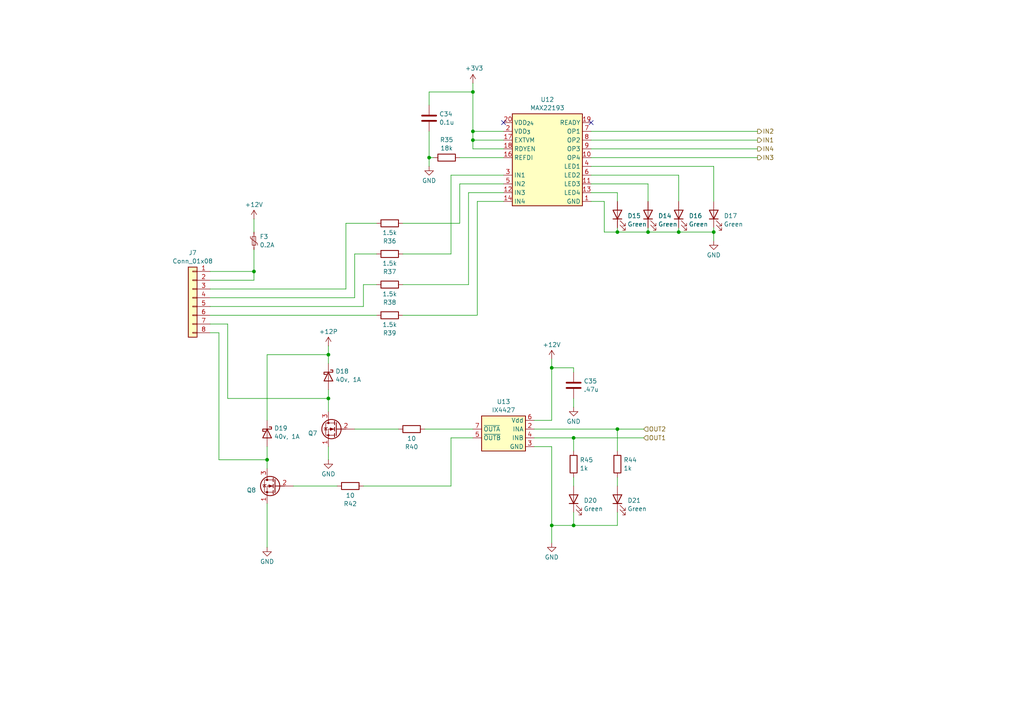
<source format=kicad_sch>
(kicad_sch (version 20231120) (generator "eeschema") (generator_version "8.0")
  (paper "A4")
  (title_block (title "PiDash HAT") (date "2024-04-06") (rev "A") (company "DMS"))
  (lib_symbols
    (symbol "Connector_Generic:Conn_01x08" (pin_names (offset 1.016) hide)
      (property "Reference" "J" (at 0 10.16 0))
      (property "Value" "Conn_01x08" (at 0 -12.7 0))
      (symbol "Conn_01x08_1_1"
        (rectangle (start -1.27 -10.033) (end 0 -10.287) (stroke (width 0.1524)))
        (rectangle (start -1.27 -7.493) (end 0 -7.747) (stroke (width 0.1524)))
        (rectangle (start -1.27 -4.953) (end 0 -5.207) (stroke (width 0.1524)))
        (rectangle (start -1.27 -2.413) (end 0 -2.667) (stroke (width 0.1524)))
        (rectangle (start -1.27 0.127) (end 0 -0.127) (stroke (width 0.1524)))
        (rectangle (start -1.27 2.667) (end 0 2.413) (stroke (width 0.1524)))
        (rectangle (start -1.27 5.207) (end 0 4.953) (stroke (width 0.1524)))
        (rectangle (start -1.27 7.747) (end 0 7.493) (stroke (width 0.1524)))
        (rectangle (start -1.27 8.89) (end 1.27 -11.43) (stroke (width 0.254)) (fill (type background)))
        (pin passive line (at -5.08 7.62 0) (length 3.81) (name "Pin_1") (number "1"))
        (pin passive line (at -5.08 5.08 0) (length 3.81) (name "Pin_2") (number "2"))
        (pin passive line (at -5.08 2.54 0) (length 3.81) (name "Pin_3") (number "3"))
        (pin passive line (at -5.08 0 0) (length 3.81) (name "Pin_4") (number "4"))
        (pin passive line (at -5.08 -2.54 0) (length 3.81) (name "Pin_5") (number "5"))
        (pin passive line (at -5.08 -5.08 0) (length 3.81) (name "Pin_6") (number "6"))
        (pin passive line (at -5.08 -7.62 0) (length 3.81) (name "Pin_7") (number "7"))
        (pin passive line (at -5.08 -10.16 0) (length 3.81) (name "Pin_8") (number "8"))
      )
    )
    (symbol "Custom:IX4427"
      (property "Reference" "U" (at -5.08 6.35 0))
      (property "Value" "IX4427" (at 1.27 6.35 0))
      (symbol "IX4427_0_1"
        (rectangle (start -6.35 5.08) (end 6.35 -5.08) (stroke (width 0.254)) (fill (type background)))
      )
      (symbol "IX4427_1_0"
        (pin input line (at -8.89 -1.27 0) (length 2.54) (name "INB") (number "4"))
        (pin output line (at 8.89 -1.27 180) (length 2.54) (name "~{OUTB}") (number "5"))
      )
      (symbol "IX4427_1_1"
        (pin input line (at -8.89 1.27 0) (length 2.54) (name "INA") (number "2"))
        (pin power_in line (at -8.89 -3.81 0) (length 2.54) (name "GND") (number "3"))
        (pin power_in line (at -8.89 3.81 0) (length 2.54) (name "Vdd") (number "6"))
        (pin output line (at 8.89 1.27 180) (length 2.54) (name "~{OUTA}") (number "7"))
      )
    )
    (symbol "Custom:MAX22193"
      (property "Reference" "U" (at 0 -13.97 0))
      (property "Value" "MAX22193" (at 0 15.24 0))
      (symbol "MAX22193_0_1"
        (rectangle (start -10.16 13.97) (end 10.16 -12.7) (stroke (width 0.254)) (fill (type background)))
      )
      (symbol "MAX22193_1_0"
        (pin input line (at -12.7 -11.43 0) (length 2.54) (name "IN4") (number "14"))
        (pin power_in line (at 12.7 -11.43 180) (length 2.54) hide (name "GND") (number "15"))
        (pin open_collector line (at -12.7 1.27 0) (length 2.54) (name "REFDI") (number "16"))
        (pin input line (at -12.7 6.35 0) (length 2.54) (name "EXTVM") (number "17"))
        (pin input line (at -12.7 3.81 0) (length 2.54) (name "RDYEN") (number "18"))
        (pin output line (at 12.7 11.43 180) (length 2.54) (name "READY") (number "19"))
        (pin input line (at -12.7 11.43 0) (length 2.54) (name "VDD_{24}") (number "20"))
        (pin power_in line (at 12.7 -11.43 180) (length 2.54) hide (name "GND") (number "21"))
      )
      (symbol "MAX22193_1_1"
        (pin power_in line (at 12.7 -11.43 180) (length 2.54) (name "GND") (number "1"))
        (pin output line (at 12.7 1.27 180) (length 2.54) (name "OP4") (number "10"))
        (pin output line (at 12.7 -6.35 180) (length 2.54) (name "LED3") (number "11"))
        (pin input line (at -12.7 -8.89 0) (length 2.54) (name "IN3") (number "12"))
        (pin output line (at 12.7 -8.89 180) (length 2.54) (name "LED4") (number "13"))
        (pin power_in line (at -12.7 8.89 0) (length 2.54) (name "VDD_{3}") (number "2"))
        (pin input line (at -12.7 -3.81 0) (length 2.54) (name "IN1") (number "3"))
        (pin output line (at 12.7 -1.27 180) (length 2.54) (name "LED1") (number "4"))
        (pin input line (at -12.7 -6.35 0) (length 2.54) (name "IN2") (number "5"))
        (pin output line (at 12.7 -3.81 180) (length 2.54) (name "LED2") (number "6"))
        (pin output line (at 12.7 8.89 180) (length 2.54) (name "OP1") (number "7"))
        (pin output line (at 12.7 6.35 180) (length 2.54) (name "OP2") (number "8"))
        (pin output line (at 12.7 3.81 180) (length 2.54) (name "OP3") (number "9"))
      )
    )
    (symbol "Device:C" (pin_numbers hide) (pin_names (offset 0.254))
      (property "Reference" "C" (at 0.635 2.54 0))
      (property "Value" "C" (at 0.635 -2.54 0))
      (symbol "C_0_1"
        (polyline (pts (xy -2.032 -0.762) (xy 2.032 -0.762)) (stroke (width 0.508)))
        (polyline (pts (xy -2.032 0.762) (xy 2.032 0.762)) (stroke (width 0.508)))
      )
      (symbol "C_1_1"
        (pin passive line (at 0 3.81 270) (length 2.794) (name "~") (number "1"))
        (pin passive line (at 0 -3.81 90) (length 2.794) (name "~") (number "2"))
      )
    )
    (symbol "Device:D_Schottky" (pin_numbers hide) (pin_names (offset 1.016) hide)
      (property "Reference" "D" (at 0 2.54 0))
      (property "Value" "D_Schottky" (at 0 -2.54 0))
      (symbol "D_Schottky_0_1"
        (polyline (pts (xy 1.27 0) (xy -1.27 0)))
        (polyline (pts (xy 1.27 1.27) (xy 1.27 -1.27) (xy -1.27 0) (xy 1.27 1.27)) (stroke (width 0.254)))
        (polyline (pts (xy -1.905 0.635) (xy -1.905 1.27) (xy -1.27 1.27) (xy -1.27 -1.27) (xy -0.635 -1.27) (xy -0.635 -0.635)) (stroke (width 0.254)))
      )
      (symbol "D_Schottky_1_1"
        (pin passive line (at -3.81 0 0) (length 2.54) (name "K") (number "1"))
        (pin passive line (at 3.81 0 180) (length 2.54) (name "A") (number "2"))
      )
    )
    (symbol "Device:LED" (pin_numbers hide) (pin_names (offset 1.016) hide)
      (property "Reference" "D" (at 0 2.54 0))
      (property "Value" "LED" (at 0 -2.54 0))
      (symbol "LED_0_1"
        (polyline (pts (xy -1.27 -1.27) (xy -1.27 1.27)) (stroke (width 0.254)))
        (polyline (pts (xy -1.27 0) (xy 1.27 0)))
        (polyline (pts (xy 1.27 -1.27) (xy 1.27 1.27) (xy -1.27 0) (xy 1.27 -1.27)) (stroke (width 0.254)))
        (polyline (pts (xy -3.048 -0.762) (xy -4.572 -2.286) (xy -3.81 -2.286) (xy -4.572 -2.286) (xy -4.572 -1.524)))
        (polyline (pts (xy -1.778 -0.762) (xy -3.302 -2.286) (xy -2.54 -2.286) (xy -3.302 -2.286) (xy -3.302 -1.524)))
      )
      (symbol "LED_1_1"
        (pin passive line (at -3.81 0 0) (length 2.54) (name "K") (number "1"))
        (pin passive line (at 3.81 0 180) (length 2.54) (name "A") (number "2"))
      )
    )
    (symbol "Device:Polyfuse_Small" (pin_numbers hide) (pin_names (offset 0))
      (property "Reference" "F" (at -1.905 0 90))
      (property "Value" "Polyfuse_Small" (at 1.905 0 90))
      (symbol "Polyfuse_Small_0_1"
        (rectangle (start -0.508 1.27) (end 0.508 -1.27))
        (polyline (pts (xy 0 2.54) (xy 0 -2.54)))
        (polyline (pts (xy -1.016 1.27) (xy -1.016 0.762) (xy 1.016 -0.762) (xy 1.016 -1.27)))
      )
      (symbol "Polyfuse_Small_1_1"
        (pin passive line (at 0 2.54 270) (length 0.635) (name "~") (number "1"))
        (pin passive line (at 0 -2.54 90) (length 0.635) (name "~") (number "2"))
      )
    )
    (symbol "Device:Q_NMOS_SGD" (pin_names (offset 0) hide)
      (property "Reference" "Q" (at 5.08 1.27 0))
      (property "Value" "Q_NMOS_SGD" (at 5.08 -1.27 0))
      (symbol "Q_NMOS_SGD_0_1"
        (polyline (pts (xy 0.254 0) (xy -2.54 0)))
        (polyline (pts (xy 0.254 1.905) (xy 0.254 -1.905)) (stroke (width 0.254)))
        (polyline (pts (xy 0.762 -1.27) (xy 0.762 -2.286)) (stroke (width 0.254)))
        (polyline (pts (xy 0.762 0.508) (xy 0.762 -0.508)) (stroke (width 0.254)))
        (polyline (pts (xy 0.762 2.286) (xy 0.762 1.27)) (stroke (width 0.254)))
        (polyline (pts (xy 2.54 2.54) (xy 2.54 1.778)))
        (polyline (pts (xy 2.54 -2.54) (xy 2.54 0) (xy 0.762 0)))
        (polyline (pts (xy 0.762 -1.778) (xy 3.302 -1.778) (xy 3.302 1.778) (xy 0.762 1.778)))
        (polyline (pts (xy 1.016 0) (xy 2.032 0.381) (xy 2.032 -0.381) (xy 1.016 0)) (fill (type outline)))
        (polyline (pts (xy 2.794 0.508) (xy 2.921 0.381) (xy 3.683 0.381) (xy 3.81 0.254)))
        (polyline (pts (xy 3.302 0.381) (xy 2.921 -0.254) (xy 3.683 -0.254) (xy 3.302 0.381)))
        (circle (center 1.651 0) (radius 2.794) (stroke (width 0.254)))
        (circle (center 2.54 -1.778) (radius 0.254) (fill (type outline)))
        (circle (center 2.54 1.778) (radius 0.254) (fill (type outline)))
      )
      (symbol "Q_NMOS_SGD_1_1"
        (pin passive line (at 2.54 -5.08 90) (length 2.54) (name "S") (number "1"))
        (pin input line (at -5.08 0 0) (length 5.08) (name "G") (number "2"))
        (pin passive line (at 2.54 5.08 270) (length 2.54) (name "D") (number "3"))
      )
    )
    (symbol "Device:R" (pin_numbers hide) (pin_names (offset 0))
      (property "Reference" "R" (at 2.032 0 90))
      (property "Value" "R" (at 0 0 90))
      (symbol "R_0_1"
        (rectangle (start -1.016 -2.54) (end 1.016 2.54) (stroke (width 0.254)))
      )
      (symbol "R_1_1"
        (pin passive line (at 0 3.81 270) (length 1.27) (name "~") (number "1"))
        (pin passive line (at 0 -3.81 90) (length 1.27) (name "~") (number "2"))
      )
    )
    (symbol "power:+12P" (power) (pin_numbers hide) (pin_names (offset 0) hide)
      (property "Value" "+12P" (at 0 3.556 0))
      (symbol "+12P_0_1"
        (polyline (pts (xy -0.762 1.27) (xy 0 2.54)))
        (polyline (pts (xy 0 0) (xy 0 2.54)))
        (polyline (pts (xy 0 2.54) (xy 0.762 1.27)))
      )
      (symbol "+12P_1_1"
        (pin power_in line (at 0 0 90) (length 0) (name "~") (number "1"))
      )
    )
    (symbol "power:+12V" (power) (pin_numbers hide) (pin_names (offset 0) hide)
      (property "Value" "+12V" (at 0 3.556 0))
      (symbol "+12V_0_1"
        (polyline (pts (xy -0.762 1.27) (xy 0 2.54)))
        (polyline (pts (xy 0 0) (xy 0 2.54)))
        (polyline (pts (xy 0 2.54) (xy 0.762 1.27)))
      )
      (symbol "+12V_1_1"
        (pin power_in line (at 0 0 90) (length 0) (name "~") (number "1"))
      )
    )
    (symbol "power:+3.3V" (power) (pin_numbers hide) (pin_names (offset 0) hide)
      (property "Value" "+3.3V" (at 0 3.556 0))
      (symbol "+3.3V_0_1"
        (polyline (pts (xy -0.762 1.27) (xy 0 2.54)))
        (polyline (pts (xy 0 0) (xy 0 2.54)))
        (polyline (pts (xy 0 2.54) (xy 0.762 1.27)))
      )
      (symbol "+3.3V_1_1"
        (pin power_in line (at 0 0 90) (length 0) (name "~") (number "1"))
      )
    )
    (symbol "power:GND" (power) (pin_numbers hide) (pin_names (offset 0) hide)
      (property "Value" "GND" (at 0 -3.81 0))
      (symbol "GND_0_1"
        (polyline (pts (xy 0 0) (xy 0 -1.27) (xy 1.27 -1.27) (xy 0 -2.54) (xy -1.27 -1.27) (xy 0 -1.27)))
      )
      (symbol "GND_1_1"
        (pin power_in line (at 0 0 270) (length 0) (name "~") (number "1"))
      )
    )
  )
  (junction (at 95.25 115.57))
  (junction (at 207.01 67.31))
  (junction (at 179.07 124.46))
  (junction (at 137.16 40.64))
  (junction (at 137.16 26.67))
  (junction (at 166.37 127))
  (junction (at 77.47 133.35))
  (junction (at 166.37 152.4))
  (junction (at 160.02 106.68))
  (junction (at 160.02 152.4))
  (junction (at 137.16 38.1))
  (junction (at 196.85 67.31))
  (junction (at 179.07 67.31))
  (junction (at 124.46 45.72))
  (junction (at 73.66 78.74))
  (junction (at 95.25 102.87))
  (junction (at 187.96 67.31))
  (no_connect (at 171.45 35.56))
  (no_connect (at 146.05 35.56))
  (wire (pts (xy 105.41 140.97) (xy 130.81 140.97)))
  (wire (pts (xy 187.96 66.04) (xy 187.96 67.31)))
  (wire (pts (xy 137.16 24.13) (xy 137.16 26.67)))
  (wire (pts (xy 171.45 43.18) (xy 219.71 43.18)))
  (wire (pts (xy 160.02 152.4) (xy 160.02 129.54)))
  (wire (pts (xy 160.02 104.14) (xy 160.02 106.68)))
  (wire (pts (xy 73.66 72.39) (xy 73.66 78.74)))
  (wire (pts (xy 166.37 127) (xy 166.37 130.81)))
  (wire (pts (xy 137.16 26.67) (xy 137.16 38.1)))
  (wire (pts (xy 135.89 55.88) (xy 135.89 82.55)))
  (wire (pts (xy 187.96 53.34) (xy 187.96 58.42)))
  (wire (pts (xy 60.96 93.98) (xy 66.04 93.98)))
  (wire (pts (xy 60.96 91.44) (xy 109.22 91.44)))
  (wire (pts (xy 124.46 38.1) (xy 124.46 45.72)))
  (wire (pts (xy 138.43 58.42) (xy 146.05 58.42)))
  (wire (pts (xy 166.37 107.95) (xy 166.37 106.68)))
  (wire (pts (xy 116.84 73.66) (xy 130.81 73.66)))
  (wire (pts (xy 171.45 53.34) (xy 187.96 53.34)))
  (wire (pts (xy 130.81 127) (xy 130.81 140.97)))
  (wire (pts (xy 187.96 67.31) (xy 179.07 67.31)))
  (wire (pts (xy 171.45 40.64) (xy 219.71 40.64)))
  (wire (pts (xy 85.09 140.97) (xy 97.79 140.97)))
  (wire (pts (xy 133.35 64.77) (xy 133.35 53.34)))
  (wire (pts (xy 133.35 53.34) (xy 146.05 53.34)))
  (wire (pts (xy 160.02 129.54) (xy 154.94 129.54)))
  (wire (pts (xy 60.96 78.74) (xy 73.66 78.74)))
  (wire (pts (xy 60.96 83.82) (xy 100.33 83.82)))
  (wire (pts (xy 207.01 66.04) (xy 207.01 67.31)))
  (wire (pts (xy 166.37 127) (xy 186.69 127)))
  (wire (pts (xy 73.66 78.74) (xy 73.66 81.28)))
  (wire (pts (xy 100.33 83.82) (xy 100.33 64.77)))
  (wire (pts (xy 171.45 55.88) (xy 179.07 55.88)))
  (wire (pts (xy 95.25 100.33) (xy 95.25 102.87)))
  (wire (pts (xy 196.85 50.8) (xy 196.85 58.42)))
  (wire (pts (xy 146.05 40.64) (xy 137.16 40.64)))
  (wire (pts (xy 160.02 157.48) (xy 160.02 152.4)))
  (wire (pts (xy 60.96 86.36) (xy 102.87 86.36)))
  (wire (pts (xy 105.41 88.9) (xy 105.41 82.55)))
  (wire (pts (xy 77.47 102.87) (xy 95.25 102.87)))
  (wire (pts (xy 138.43 91.44) (xy 138.43 58.42)))
  (wire (pts (xy 63.5 133.35) (xy 77.47 133.35)))
  (wire (pts (xy 179.07 67.31) (xy 175.26 67.31)))
  (wire (pts (xy 73.66 63.5) (xy 73.66 67.31)))
  (wire (pts (xy 105.41 82.55) (xy 109.22 82.55)))
  (wire (pts (xy 160.02 152.4) (xy 166.37 152.4)))
  (wire (pts (xy 102.87 73.66) (xy 109.22 73.66)))
  (wire (pts (xy 207.01 69.85) (xy 207.01 67.31)))
  (wire (pts (xy 160.02 106.68) (xy 160.02 121.92)))
  (wire (pts (xy 146.05 43.18) (xy 137.16 43.18)))
  (wire (pts (xy 66.04 115.57) (xy 95.25 115.57)))
  (wire (pts (xy 66.04 93.98) (xy 66.04 115.57)))
  (wire (pts (xy 175.26 58.42) (xy 171.45 58.42)))
  (wire (pts (xy 171.45 45.72) (xy 219.71 45.72)))
  (wire (pts (xy 77.47 102.87) (xy 77.47 121.92)))
  (wire (pts (xy 207.01 48.26) (xy 207.01 58.42)))
  (wire (pts (xy 175.26 67.31) (xy 175.26 58.42)))
  (wire (pts (xy 137.16 127) (xy 130.81 127)))
  (wire (pts (xy 137.16 40.64) (xy 137.16 38.1)))
  (wire (pts (xy 63.5 96.52) (xy 60.96 96.52)))
  (wire (pts (xy 77.47 129.54) (xy 77.47 133.35)))
  (wire (pts (xy 124.46 26.67) (xy 137.16 26.67)))
  (wire (pts (xy 137.16 43.18) (xy 137.16 40.64)))
  (wire (pts (xy 60.96 88.9) (xy 105.41 88.9)))
  (wire (pts (xy 171.45 48.26) (xy 207.01 48.26)))
  (wire (pts (xy 124.46 48.26) (xy 124.46 45.72)))
  (wire (pts (xy 100.33 64.77) (xy 109.22 64.77)))
  (wire (pts (xy 166.37 115.57) (xy 166.37 118.11)))
  (wire (pts (xy 130.81 50.8) (xy 130.81 73.66)))
  (wire (pts (xy 179.07 124.46) (xy 186.69 124.46)))
  (wire (pts (xy 179.07 66.04) (xy 179.07 67.31)))
  (wire (pts (xy 102.87 86.36) (xy 102.87 73.66)))
  (wire (pts (xy 116.84 64.77) (xy 133.35 64.77)))
  (wire (pts (xy 166.37 152.4) (xy 179.07 152.4)))
  (wire (pts (xy 207.01 67.31) (xy 196.85 67.31)))
  (wire (pts (xy 196.85 66.04) (xy 196.85 67.31)))
  (wire (pts (xy 135.89 82.55) (xy 116.84 82.55)))
  (wire (pts (xy 179.07 138.43) (xy 179.07 140.97)))
  (wire (pts (xy 137.16 38.1) (xy 146.05 38.1)))
  (wire (pts (xy 95.25 113.03) (xy 95.25 115.57)))
  (wire (pts (xy 77.47 146.05) (xy 77.47 158.75)))
  (wire (pts (xy 124.46 30.48) (xy 124.46 26.67)))
  (wire (pts (xy 166.37 138.43) (xy 166.37 140.97)))
  (wire (pts (xy 179.07 55.88) (xy 179.07 58.42)))
  (wire (pts (xy 171.45 38.1) (xy 219.71 38.1)))
  (wire (pts (xy 160.02 121.92) (xy 154.94 121.92)))
  (wire (pts (xy 60.96 81.28) (xy 73.66 81.28)))
  (wire (pts (xy 179.07 152.4) (xy 179.07 148.59)))
  (wire (pts (xy 95.25 115.57) (xy 95.25 119.38)))
  (wire (pts (xy 95.25 102.87) (xy 95.25 105.41)))
  (wire (pts (xy 196.85 67.31) (xy 187.96 67.31)))
  (wire (pts (xy 166.37 106.68) (xy 160.02 106.68)))
  (wire (pts (xy 135.89 55.88) (xy 146.05 55.88)))
  (wire (pts (xy 63.5 133.35) (xy 63.5 96.52)))
  (wire (pts (xy 130.81 50.8) (xy 146.05 50.8)))
  (wire (pts (xy 95.25 129.54) (xy 95.25 133.35)))
  (wire (pts (xy 116.84 91.44) (xy 138.43 91.44)))
  (wire (pts (xy 123.19 124.46) (xy 137.16 124.46)))
  (wire (pts (xy 154.94 127) (xy 166.37 127)))
  (wire (pts (xy 166.37 148.59) (xy 166.37 152.4)))
  (wire (pts (xy 102.87 124.46) (xy 115.57 124.46)))
  (wire (pts (xy 133.35 45.72) (xy 146.05 45.72)))
  (wire (pts (xy 124.46 45.72) (xy 125.73 45.72)))
  (wire (pts (xy 171.45 50.8) (xy 196.85 50.8)))
  (wire (pts (xy 179.07 124.46) (xy 179.07 130.81)))
  (wire (pts (xy 154.94 124.46) (xy 179.07 124.46)))
  (wire (pts (xy 77.47 133.35) (xy 77.47 135.89)))
  (hierarchical_label "IN3" (shape output) (at 219.71 45.72 0))
  (hierarchical_label "OUT2" (shape input) (at 186.69 124.46 0))
  (hierarchical_label "OUT1" (shape input) (at 186.69 127 0))
  (hierarchical_label "IN4" (shape output) (at 219.71 43.18 0))
  (hierarchical_label "IN1" (shape output) (at 219.71 40.64 0))
  (hierarchical_label "IN2" (shape output) (at 219.71 38.1 0))
  (symbol (lib_id "Connector_Generic:Conn_01x08") (at 55.88 86.36 0) (mirror y) (unit 1)
    (property "Reference" "J7" (at 55.88 73.3255 0))
    (property "Value" "Conn_01x08" (at 55.88 75.7498 0))
    (property "Footprint" "Connector_Molex:Molex_Nano-Fit_105309-xx08_1x08_P2.50mm_Vertical" (effects (hide yes)))
    (property "Description" "Generic connector, single row, 01x08, script generated (kicad-library-utils/schlib/autogen/connector/)" (effects (hide yes)))
    (property "Mfg Part Number" "105309-1208" (effects (hide yes)))
  )
  (symbol (lib_id "Custom:MAX22193") (at 158.75 46.99 0) (unit 1)
    (property "Reference" "U12" (at 158.75 28.8755 0))
    (property "Value" "MAX22193" (at 158.75 31.2998 0))
    (property "Footprint" "Package_DFN_QFN:TQFN-20-1EP_4x4mm_P0.5mm_EP2.1x2.1mm" (effects (hide yes)))
    (property "Datasheet" "https://www.analog.com/media/en/technical-documentation/data-sheets/max22193.pdf" (effects (hide yes)))
    (property "Description" " " (effects (hide yes)))
    (property "Mfg Part Number" "MAX22193ATP+" (effects (hide yes)))
  )
  (symbol (lib_id "Device:R") (at 179.07 134.62 0) (unit 1)
    (property "Reference" "R44" (at 180.848 133.4078 0) (effects (justify left)))
    (property "Value" "1k" (at 180.848 135.8321 0) (effects (justify left)))
    (property "Footprint" "Resistor_SMD:R_0603_1608Metric" (effects (hide yes)))
    (property "Description" "Resistor" (effects (hide yes)))
  )
  (symbol (lib_id "Device:R") (at 119.38 124.46 90) (mirror x) (unit 1)
    (property "Reference" "R40" (at 119.38 129.6205 90))
    (property "Value" "10" (at 119.38 127.1962 90))
    (property "Footprint" "Resistor_SMD:R_0603_1608Metric" (effects (hide yes)))
    (property "Description" "Resistor" (effects (hide yes)))
  )
  (symbol (lib_id "Device:R") (at 166.37 134.62 0) (unit 1)
    (property "Reference" "R45" (at 168.148 133.4078 0) (effects (justify left)))
    (property "Value" "1k" (at 168.148 135.8321 0) (effects (justify left)))
    (property "Footprint" "Resistor_SMD:R_0603_1608Metric" (effects (hide yes)))
    (property "Description" "Resistor" (effects (hide yes)))
  )
  (symbol (lib_id "Device:C") (at 166.37 111.76 0) (unit 1)
    (property "Reference" "C35" (at 169.291 110.5478 0) (effects (justify left)))
    (property "Value" ".47u" (at 169.291 112.9721 0) (effects (justify left)))
    (property "Footprint" "Capacitor_SMD:C_0805_2012Metric" (effects (hide yes)))
    (property "Description" "Unpolarized capacitor" (effects (hide yes)))
    (property "Mfg Part Number" "GCM21BR71H474KA55K" (effects (hide yes)))
  )
  (symbol (lib_id "power:GND") (at 95.25 133.35 0) (unit 1)
    (property "Reference" "#PWR051" (effects (hide yes)))
    (property "Value" "GND" (at 95.25 137.4831 0))
    (property "Description" "Power symbol creates a global label with name \"GND\" , ground" (effects (hide yes)))
  )
  (symbol (lib_id "Device:Q_NMOS_SGD") (at 80.01 140.97 0) (mirror y) (unit 1)
    (property "Reference" "Q8" (at 74.295 142.1822 0) (effects (justify left)))
    (property "Value" " " (at 74.295 139.7579 0) (effects (justify left)))
    (property "Footprint" "Package_SON:Infineon_PG-TDSON-8_6.15x5.15mm" (effects (hide yes)))
    (property "Datasheet" "https://www.vishay.com/docs/62064/sira54adp.pdf" (effects (hide yes)))
    (property "Description" "N-MOSFET transistor, source/gate/drain" (effects (hide yes)))
    (property "Mfg Part Number" "SIRA54ADP-T1-RE3" (effects (hide yes)))
  )
  (symbol (lib_id "power:GND") (at 124.46 48.26 0) (unit 1)
    (property "Reference" "#PWR049" (effects (hide yes)))
    (property "Value" "GND" (at 124.46 52.3931 0))
    (property "Description" "Power symbol creates a global label with name \"GND\" , ground" (effects (hide yes)))
  )
  (symbol (lib_id "power:+12V") (at 73.66 63.5 0) (unit 1)
    (property "Reference" "#PWR055" (effects (hide yes)))
    (property "Value" "+12V" (at 73.66 59.3669 0))
    (property "Description" "Power symbol creates a global label with name \"+12V\"" (effects (hide yes)))
  )
  (symbol (lib_id "Device:LED") (at 187.96 62.23 90) (unit 1)
    (property "Reference" "D14" (at 190.881 62.6053 90) (effects (justify right)))
    (property "Value" "Green" (at 190.881 65.0296 90) (effects (justify right)))
    (property "Footprint" "LED_SMD:LED_0603_1608Metric" (effects (hide yes)))
    (property "Description" "Light emitting diode" (effects (hide yes)))
    (property "Mfg Part Number" " HSMG-C190" (effects (hide yes)))
  )
  (symbol (lib_id "Device:LED") (at 196.85 62.23 90) (unit 1)
    (property "Reference" "D16" (at 199.771 62.6053 90) (effects (justify right)))
    (property "Value" "Green" (at 199.771 65.0296 90) (effects (justify right)))
    (property "Footprint" "LED_SMD:LED_0603_1608Metric" (effects (hide yes)))
    (property "Description" "Light emitting diode" (effects (hide yes)))
    (property "Mfg Part Number" " HSMG-C190" (effects (hide yes)))
  )
  (symbol (lib_id "Custom:IX4427") (at 146.05 125.73 0) (mirror y) (unit 1)
    (property "Reference" "U13" (at 146.05 116.5055 0))
    (property "Value" "IX4427" (at 146.05 118.9298 0))
    (property "Footprint" "Package_DFN_QFN:DFN-8-1EP_3x3mm_P0.65mm_EP1.7x2.05mm" (effects (hide yes)))
    (property "Datasheet" "https://www.mouser.com/datasheet/2/240/media-3320896.pdf" (effects (hide yes)))
    (property "Description" "1.5A High speed power MOSFET driver with inverting output, SOT-23-5" (effects (hide yes)))
    (property "Mfg Part Number" "IX4427MTR" (effects (hide yes)))
  )
  (symbol (lib_id "power:GND") (at 160.02 157.48 0) (unit 1)
    (property "Reference" "#PWR053" (effects (hide yes)))
    (property "Value" "GND" (at 160.02 161.6131 0))
    (property "Description" "Power symbol creates a global label with name \"GND\" , ground" (effects (hide yes)))
  )
  (symbol (lib_id "Device:D_Schottky") (at 77.47 125.73 270) (unit 1)
    (property "Reference" "D19" (at 79.502 124.2003 90) (effects (justify left)))
    (property "Value" "40v, 1A" (at 79.502 126.6246 90) (effects (justify left)))
    (property "Footprint" "Diode_SMD:D_SOD-323F" (effects (hide yes)))
    (property "Description" "Schottky diode" (effects (hide yes)))
    (property "Mfg Part Number" " PMEG4010EJ,115" (effects (hide yes)))
  )
  (symbol (lib_id "power:GND") (at 166.37 118.11 0) (unit 1)
    (property "Reference" "#PWR057" (effects (hide yes)))
    (property "Value" "GND" (at 166.37 122.2431 0))
    (property "Description" "Power symbol creates a global label with name \"GND\" , ground" (effects (hide yes)))
  )
  (symbol (lib_id "Device:D_Schottky") (at 95.25 109.22 270) (unit 1)
    (property "Reference" "D18" (at 97.282 107.6903 90) (effects (justify left)))
    (property "Value" "40v, 1A" (at 97.282 110.1146 90) (effects (justify left)))
    (property "Footprint" "Diode_SMD:D_SOD-323F" (effects (hide yes)))
    (property "Description" "Schottky diode" (effects (hide yes)))
    (property "Mfg Part Number" " PMEG4010EJ,115" (effects (hide yes)))
  )
  (symbol (lib_id "Device:R") (at 113.03 73.66 90) (mirror x) (unit 1)
    (property "Reference" "R37" (at 113.03 78.8205 90))
    (property "Value" "1.5k" (at 113.03 76.3962 90))
    (property "Footprint" "Resistor_SMD:R_0603_1608Metric" (effects (hide yes)))
    (property "Description" "Resistor" (effects (hide yes)))
  )
  (symbol (lib_id "Device:Q_NMOS_SGD") (at 97.79 124.46 0) (mirror y) (unit 1)
    (property "Reference" "Q7" (at 92.075 125.6722 0) (effects (justify left)))
    (property "Value" " " (at 92.075 123.2479 0) (effects (justify left)))
    (property "Footprint" "Package_SON:Infineon_PG-TDSON-8_6.15x5.15mm" (effects (hide yes)))
    (property "Datasheet" "https://www.vishay.com/docs/62064/sira54adp.pdf" (effects (hide yes)))
    (property "Description" "N-MOSFET transistor, source/gate/drain" (effects (hide yes)))
    (property "Mfg Part Number" "SIRA54ADP-T1-RE3" (effects (hide yes)))
  )
  (symbol (lib_id "Device:C") (at 124.46 34.29 0) (unit 1)
    (property "Reference" "C34" (at 127.381 33.0778 0) (effects (justify left)))
    (property "Value" "0.1u" (at 127.381 35.5021 0) (effects (justify left)))
    (property "Footprint" "Capacitor_SMD:C_0603_1608Metric" (effects (hide yes)))
    (property "Description" "Unpolarized capacitor" (effects (hide yes)))
    (property "Mfg Part Number" "CGA3E2X8R1E104K080AA" (effects (hide yes)))
  )
  (symbol (lib_id "Device:R") (at 129.54 45.72 90) (unit 1)
    (property "Reference" "R35" (at 129.54 40.5595 90))
    (property "Value" "18k" (at 129.54 42.9838 90))
    (property "Footprint" "Resistor_SMD:R_0603_1608Metric" (effects (hide yes)))
    (property "Description" "Resistor" (effects (hide yes)))
  )
  (symbol (lib_id "Device:LED") (at 166.37 144.78 90) (unit 1)
    (property "Reference" "D20" (at 169.291 145.1553 90) (effects (justify right)))
    (property "Value" "Green" (at 169.291 147.5796 90) (effects (justify right)))
    (property "Footprint" "LED_SMD:LED_0603_1608Metric" (effects (hide yes)))
    (property "Description" "Light emitting diode" (effects (hide yes)))
    (property "Mfg Part Number" " HSMG-C190" (effects (hide yes)))
  )
  (symbol (lib_id "Device:Polyfuse_Small") (at 73.66 69.85 0) (unit 1)
    (property "Reference" "F3" (at 75.311 68.6378 0) (effects (justify left)))
    (property "Value" "0.2A" (at 75.311 71.0621 0) (effects (justify left)))
    (property "Footprint" "Fuse:Fuse_1812_4532Metric" (effects (hide yes)))
    (property "Description" "Resettable fuse, polymeric positive temperature coefficient, small symbol" (effects (hide yes)))
    (property "Mfg Part Number" " MINISMDC020F-2" (effects (hide yes)))
  )
  (symbol (lib_id "Device:R") (at 101.6 140.97 90) (mirror x) (unit 1)
    (property "Reference" "R42" (at 101.6 146.1305 90))
    (property "Value" "10" (at 101.6 143.7062 90))
    (property "Footprint" "Resistor_SMD:R_0603_1608Metric" (effects (hide yes)))
    (property "Description" "Resistor" (effects (hide yes)))
  )
  (symbol (lib_id "Device:LED") (at 179.07 144.78 90) (unit 1)
    (property "Reference" "D21" (at 181.991 145.1553 90) (effects (justify right)))
    (property "Value" "Green" (at 181.991 147.5796 90) (effects (justify right)))
    (property "Footprint" "LED_SMD:LED_0603_1608Metric" (effects (hide yes)))
    (property "Description" "Light emitting diode" (effects (hide yes)))
    (property "Mfg Part Number" " HSMG-C190" (effects (hide yes)))
  )
  (symbol (lib_id "power:+12P") (at 95.25 100.33 0) (unit 1)
    (property "Reference" "#PWR060" (effects (hide yes)))
    (property "Value" "+12P" (at 95.25 96.1969 0))
    (property "Description" "Power symbol creates a global label with name \"+12P\"" (effects (hide yes)))
  )
  (symbol (lib_id "Device:R") (at 113.03 91.44 90) (mirror x) (unit 1)
    (property "Reference" "R39" (at 113.03 96.6005 90))
    (property "Value" "1.5k" (at 113.03 94.1762 90))
    (property "Footprint" "Resistor_SMD:R_0603_1608Metric" (effects (hide yes)))
    (property "Description" "Resistor" (effects (hide yes)))
  )
  (symbol (lib_id "Device:LED") (at 179.07 62.23 90) (unit 1)
    (property "Reference" "D15" (at 181.991 62.6053 90) (effects (justify right)))
    (property "Value" "Green" (at 181.991 65.0296 90) (effects (justify right)))
    (property "Footprint" "LED_SMD:LED_0603_1608Metric" (effects (hide yes)))
    (property "Description" "Light emitting diode" (effects (hide yes)))
    (property "Mfg Part Number" " HSMG-C190" (effects (hide yes)))
  )
  (symbol (lib_id "power:+12V") (at 160.02 104.14 0) (unit 1)
    (property "Reference" "#PWR056" (effects (hide yes)))
    (property "Value" "+12V" (at 160.02 100.0069 0))
    (property "Description" "Power symbol creates a global label with name \"+12V\"" (effects (hide yes)))
  )
  (symbol (lib_id "power:GND") (at 207.01 69.85 0) (unit 1)
    (property "Reference" "#PWR050" (effects (hide yes)))
    (property "Value" "GND" (at 207.01 73.9831 0))
    (property "Description" "Power symbol creates a global label with name \"GND\" , ground" (effects (hide yes)))
  )
  (symbol (lib_id "power:GND") (at 77.47 158.75 0) (unit 1)
    (property "Reference" "#PWR052" (effects (hide yes)))
    (property "Value" "GND" (at 77.47 162.8831 0))
    (property "Description" "Power symbol creates a global label with name \"GND\" , ground" (effects (hide yes)))
  )
  (symbol (lib_id "power:+3.3V") (at 137.16 24.13 0) (unit 1)
    (property "Reference" "#PWR048" (effects (hide yes)))
    (property "Value" "+3V3" (at 137.5283 19.8056 0))
  )
  (symbol (lib_id "Device:R") (at 113.03 64.77 90) (mirror x) (unit 1)
    (property "Reference" "R36" (at 113.03 69.9305 90))
    (property "Value" "1.5k" (at 113.03 67.5062 90))
    (property "Footprint" "Resistor_SMD:R_0603_1608Metric" (effects (hide yes)))
    (property "Description" "Resistor" (effects (hide yes)))
  )
  (symbol (lib_id "Device:R") (at 113.03 82.55 90) (mirror x) (unit 1)
    (property "Reference" "R38" (at 113.03 87.7105 90))
    (property "Value" "1.5k" (at 113.03 85.2862 90))
    (property "Footprint" "Resistor_SMD:R_0603_1608Metric" (effects (hide yes)))
    (property "Description" "Resistor" (effects (hide yes)))
  )
  (symbol (lib_id "Device:LED") (at 207.01 62.23 90) (unit 1)
    (property "Reference" "D17" (at 209.931 62.6053 90) (effects (justify right)))
    (property "Value" "Green" (at 209.931 65.0296 90) (effects (justify right)))
    (property "Footprint" "LED_SMD:LED_0603_1608Metric" (effects (hide yes)))
    (property "Description" "Light emitting diode" (effects (hide yes)))
    (property "Mfg Part Number" " HSMG-C190" (effects (hide yes)))
  )
)
</source>
